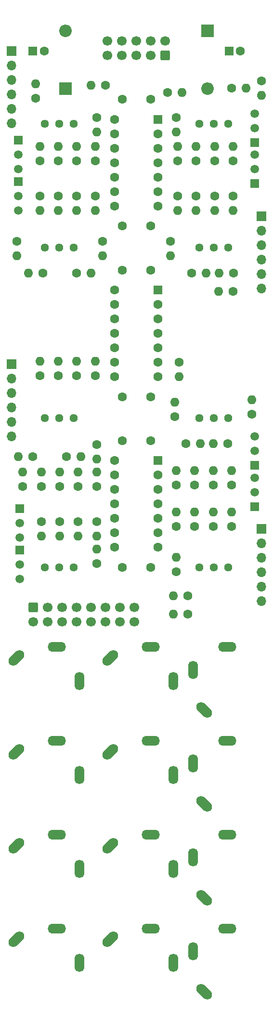
<source format=gts>
%TF.GenerationSoftware,KiCad,Pcbnew,9.0.4*%
%TF.CreationDate,2025-10-04T20:19:14+02:00*%
%TF.ProjectId,DMH_VCA_Bank_PCB_1,444d485f-5643-4415-9f42-616e6b5f5043,1*%
%TF.SameCoordinates,Original*%
%TF.FileFunction,Soldermask,Top*%
%TF.FilePolarity,Negative*%
%FSLAX46Y46*%
G04 Gerber Fmt 4.6, Leading zero omitted, Abs format (unit mm)*
G04 Created by KiCad (PCBNEW 9.0.4) date 2025-10-04 20:19:14*
%MOMM*%
%LPD*%
G01*
G04 APERTURE LIST*
G04 Aperture macros list*
%AMRoundRect*
0 Rectangle with rounded corners*
0 $1 Rounding radius*
0 $2 $3 $4 $5 $6 $7 $8 $9 X,Y pos of 4 corners*
0 Add a 4 corners polygon primitive as box body*
4,1,4,$2,$3,$4,$5,$6,$7,$8,$9,$2,$3,0*
0 Add four circle primitives for the rounded corners*
1,1,$1+$1,$2,$3*
1,1,$1+$1,$4,$5*
1,1,$1+$1,$6,$7*
1,1,$1+$1,$8,$9*
0 Add four rect primitives between the rounded corners*
20,1,$1+$1,$2,$3,$4,$5,0*
20,1,$1+$1,$4,$5,$6,$7,0*
20,1,$1+$1,$6,$7,$8,$9,0*
20,1,$1+$1,$8,$9,$2,$3,0*%
%AMHorizOval*
0 Thick line with rounded ends*
0 $1 width*
0 $2 $3 position (X,Y) of the first rounded end (center of the circle)*
0 $4 $5 position (X,Y) of the second rounded end (center of the circle)*
0 Add line between two ends*
20,1,$1,$2,$3,$4,$5,0*
0 Add two circle primitives to create the rounded ends*
1,1,$1,$2,$3*
1,1,$1,$4,$5*%
G04 Aperture macros list end*
%ADD10R,1.700000X1.700000*%
%ADD11O,1.700000X1.700000*%
%ADD12HorizOval,1.712000X-0.533159X-0.533159X0.533159X0.533159X0*%
%ADD13O,1.712000X3.220000*%
%ADD14O,3.220000X1.712000*%
%ADD15HorizOval,1.712000X-0.533159X0.533159X0.533159X-0.533159X0*%
%ADD16C,1.600000*%
%ADD17O,1.600000X1.600000*%
%ADD18C,1.440000*%
%ADD19R,1.500000X1.500000*%
%ADD20C,1.500000*%
%ADD21RoundRect,0.250000X-0.600000X0.600000X-0.600000X-0.600000X0.600000X-0.600000X0.600000X0.600000X0*%
%ADD22C,1.700000*%
%ADD23R,2.200000X2.200000*%
%ADD24O,2.200000X2.200000*%
%ADD25R,1.600000X1.600000*%
%ADD26RoundRect,0.250000X0.600000X-0.600000X0.600000X0.600000X-0.600000X0.600000X-0.600000X-0.600000X0*%
%ADD27RoundRect,0.250000X0.550000X0.550000X-0.550000X0.550000X-0.550000X-0.550000X0.550000X-0.550000X0*%
G04 APERTURE END LIST*
D10*
%TO.C,J50*%
X53000000Y-48000000D03*
D11*
X53000000Y-50540000D03*
X53000000Y-53080000D03*
X53000000Y-55620000D03*
X53000000Y-58160000D03*
X53000000Y-60700000D03*
%TD*%
D12*
%TO.C,J1*%
X53903810Y-154653810D03*
D13*
X65000000Y-158750000D03*
D14*
X61000000Y-152750000D03*
%TD*%
D15*
%TO.C,J9*%
X86903810Y-196846190D03*
D14*
X91000000Y-185750000D03*
D13*
X85000000Y-189750000D03*
%TD*%
D15*
%TO.C,J12*%
X86903810Y-213346190D03*
D14*
X91000000Y-202250000D03*
D13*
X85000000Y-206250000D03*
%TD*%
D10*
%TO.C,J60*%
X97000000Y-77000000D03*
D11*
X97000000Y-79540000D03*
X97000000Y-82080000D03*
X97000000Y-84620000D03*
X97000000Y-87160000D03*
X97000000Y-89700000D03*
%TD*%
D10*
%TO.C,J80*%
X97000000Y-132000000D03*
D11*
X97000000Y-134540000D03*
X97000000Y-137080000D03*
X97000000Y-139620000D03*
X97000000Y-142160000D03*
X97000000Y-144700000D03*
%TD*%
D15*
%TO.C,J3*%
X86903810Y-163846190D03*
D14*
X91000000Y-152750000D03*
D13*
X85000000Y-156750000D03*
%TD*%
D12*
%TO.C,J11*%
X70403810Y-204153810D03*
D13*
X81500000Y-208250000D03*
D14*
X77500000Y-202250000D03*
%TD*%
D12*
%TO.C,J7*%
X53903810Y-187653810D03*
D13*
X65000000Y-191750000D03*
D14*
X61000000Y-185750000D03*
%TD*%
D12*
%TO.C,J4*%
X53903810Y-171153810D03*
D13*
X65000000Y-175250000D03*
D14*
X61000000Y-169250000D03*
%TD*%
D10*
%TO.C,J70*%
X53000000Y-103000000D03*
D11*
X53000000Y-105540000D03*
X53000000Y-108080000D03*
X53000000Y-110620000D03*
X53000000Y-113160000D03*
X53000000Y-115700000D03*
%TD*%
D12*
%TO.C,J5*%
X70403810Y-171153810D03*
D13*
X81500000Y-175250000D03*
D14*
X77500000Y-169250000D03*
%TD*%
D12*
%TO.C,J8*%
X70403810Y-187653810D03*
D13*
X81500000Y-191750000D03*
D14*
X77500000Y-185750000D03*
%TD*%
D12*
%TO.C,J10*%
X53903810Y-204153810D03*
D13*
X65000000Y-208250000D03*
D14*
X61000000Y-202250000D03*
%TD*%
D12*
%TO.C,J2*%
X70403810Y-154653810D03*
D13*
X81500000Y-158750000D03*
D14*
X77500000Y-152750000D03*
%TD*%
D15*
%TO.C,J6*%
X86903810Y-180346190D03*
D14*
X91000000Y-169250000D03*
D13*
X85000000Y-173250000D03*
%TD*%
D16*
%TO.C,R35*%
X58250000Y-124545000D03*
D17*
X58250000Y-122005000D03*
%TD*%
D18*
%TO.C,RV16*%
X91100000Y-138750000D03*
X88560000Y-138750000D03*
X86020000Y-138750000D03*
%TD*%
D16*
%TO.C,R19*%
X88750000Y-67295000D03*
D17*
X88750000Y-64755000D03*
%TD*%
D16*
%TO.C,R40*%
X56795000Y-119250000D03*
D17*
X54255000Y-119250000D03*
%TD*%
D16*
%TO.C,R67*%
X82000000Y-124295000D03*
D17*
X82000000Y-121755000D03*
%TD*%
D16*
%TO.C,R32*%
X81750000Y-112295000D03*
D17*
X81750000Y-109755000D03*
%TD*%
D16*
%TO.C,R38*%
X64750000Y-130705000D03*
D17*
X64750000Y-133245000D03*
%TD*%
D16*
%TO.C,R48*%
X91045000Y-117000000D03*
D17*
X88505000Y-117000000D03*
%TD*%
D16*
%TO.C,R14*%
X64455000Y-87000000D03*
D17*
X66995000Y-87000000D03*
%TD*%
D16*
%TO.C,R30*%
X92000000Y-90250000D03*
D17*
X89460000Y-90250000D03*
%TD*%
D18*
%TO.C,RV12*%
X91100000Y-112500000D03*
X88560000Y-112500000D03*
X86020000Y-112500000D03*
%TD*%
D16*
%TO.C,R13*%
X92045000Y-87000000D03*
D17*
X89505000Y-87000000D03*
%TD*%
D16*
%TO.C,R11*%
X67750000Y-73455000D03*
D17*
X67750000Y-75995000D03*
%TD*%
D19*
%TO.C,Q5*%
X54450000Y-128450000D03*
D20*
X54450000Y-130990000D03*
X54450000Y-133530000D03*
%TD*%
D16*
%TO.C,R42*%
X62705000Y-119250000D03*
D17*
X65245000Y-119250000D03*
%TD*%
D16*
%TO.C,R59*%
X85250000Y-124295000D03*
D17*
X85250000Y-121755000D03*
%TD*%
D16*
%TO.C,R61*%
X95250000Y-111795000D03*
D17*
X95250000Y-109255000D03*
%TD*%
D16*
%TO.C,R8*%
X58000000Y-73455000D03*
D17*
X58000000Y-75995000D03*
%TD*%
D16*
%TO.C,R63*%
X54000000Y-81455000D03*
D17*
X54000000Y-83995000D03*
%TD*%
D16*
%TO.C,R50*%
X88500000Y-131545000D03*
D17*
X88500000Y-129005000D03*
%TD*%
D16*
%TO.C,R29*%
X82500000Y-102705000D03*
D17*
X82500000Y-105245000D03*
%TD*%
D16*
%TO.C,R7*%
X67750000Y-67295000D03*
D17*
X67750000Y-64755000D03*
%TD*%
D16*
%TO.C,R18*%
X69545000Y-54000000D03*
D17*
X67005000Y-54000000D03*
%TD*%
D19*
%TO.C,Q3*%
X95800000Y-64050000D03*
D20*
X95800000Y-61510000D03*
X95800000Y-58970000D03*
%TD*%
D16*
%TO.C,R33*%
X58250000Y-130705000D03*
D17*
X58250000Y-133245000D03*
%TD*%
D16*
%TO.C,R43*%
X85250000Y-131545000D03*
D17*
X85250000Y-129005000D03*
%TD*%
D16*
%TO.C,R34*%
X61500000Y-130705000D03*
D17*
X61500000Y-133245000D03*
%TD*%
D19*
%TO.C,Q7*%
X95800000Y-120800000D03*
D20*
X95800000Y-118260000D03*
X95800000Y-115720000D03*
%TD*%
D16*
%TO.C,R46*%
X82000000Y-131545000D03*
D17*
X82000000Y-129005000D03*
%TD*%
D16*
%TO.C,R6*%
X64500000Y-67295000D03*
D17*
X64500000Y-64755000D03*
%TD*%
D16*
%TO.C,R1*%
X57250000Y-56295000D03*
D17*
X57250000Y-53755000D03*
%TD*%
D21*
%TO.C,J200*%
X56860000Y-145747500D03*
D22*
X59400000Y-145747500D03*
X61940000Y-145747500D03*
X64480000Y-145747500D03*
X67020000Y-145747500D03*
X69560000Y-145747500D03*
X72100000Y-145747500D03*
X74640000Y-145747500D03*
X56860000Y-148287500D03*
X59400000Y-148287500D03*
X61940000Y-148287500D03*
X64480000Y-148287500D03*
X67020000Y-148287500D03*
X69560000Y-148287500D03*
X72100000Y-148287500D03*
X74640000Y-148287500D03*
%TD*%
D19*
%TO.C,Q2*%
X54200000Y-70950000D03*
D20*
X54200000Y-73490000D03*
X54200000Y-76030000D03*
%TD*%
D16*
%TO.C,R2*%
X58000000Y-67295000D03*
D17*
X58000000Y-64755000D03*
%TD*%
D18*
%TO.C,RV10*%
X64000000Y-82500000D03*
X61460000Y-82500000D03*
X58920000Y-82500000D03*
%TD*%
D16*
%TO.C,R58*%
X83705000Y-117000000D03*
D17*
X86245000Y-117000000D03*
%TD*%
D16*
%TO.C,R47*%
X67750000Y-105045000D03*
D17*
X67750000Y-102505000D03*
%TD*%
D16*
%TO.C,R5*%
X82000000Y-59705000D03*
D17*
X82000000Y-62245000D03*
%TD*%
D16*
%TO.C,C4*%
X77500000Y-78750000D03*
X72500000Y-78750000D03*
%TD*%
%TO.C,R12*%
X69000000Y-81455000D03*
D17*
X69000000Y-83995000D03*
%TD*%
D16*
%TO.C,R60*%
X82000000Y-139545000D03*
D17*
X82000000Y-137005000D03*
%TD*%
D16*
%TO.C,C8*%
X77500000Y-138750000D03*
X72500000Y-138750000D03*
%TD*%
%TO.C,R21*%
X88750000Y-73455000D03*
D17*
X88750000Y-75995000D03*
%TD*%
D23*
%TO.C,D2*%
X87500000Y-44420000D03*
D24*
X87500000Y-54580000D03*
%TD*%
D25*
%TO.C,C2*%
X91294888Y-48000000D03*
D16*
X93294888Y-48000000D03*
%TD*%
D18*
%TO.C,RV15*%
X64000000Y-112500000D03*
X61460000Y-112500000D03*
X58920000Y-112500000D03*
%TD*%
%TO.C,RV3*%
X64000000Y-138750000D03*
X61460000Y-138750000D03*
X58920000Y-138750000D03*
%TD*%
D16*
%TO.C,R31*%
X58000000Y-105045000D03*
D17*
X58000000Y-102505000D03*
%TD*%
D18*
%TO.C,RV1*%
X64000000Y-60750000D03*
X61460000Y-60750000D03*
X58920000Y-60750000D03*
%TD*%
D16*
%TO.C,R66*%
X68000000Y-138045000D03*
D17*
X68000000Y-135505000D03*
%TD*%
D18*
%TO.C,RV2*%
X91100000Y-60750000D03*
X88560000Y-60750000D03*
X86020000Y-60750000D03*
%TD*%
D16*
%TO.C,R45*%
X68000000Y-117205000D03*
D17*
X68000000Y-119745000D03*
%TD*%
D16*
%TO.C,C3*%
X77500000Y-56500000D03*
X72500000Y-56500000D03*
%TD*%
%TO.C,R15*%
X58545000Y-87000000D03*
D17*
X56005000Y-87000000D03*
%TD*%
D16*
%TO.C,R28*%
X61250000Y-105045000D03*
D17*
X61250000Y-102505000D03*
%TD*%
D16*
%TO.C,R26*%
X91705000Y-54500000D03*
D17*
X94245000Y-54500000D03*
%TD*%
D18*
%TO.C,RV11*%
X91100000Y-82500000D03*
X88560000Y-82500000D03*
X86020000Y-82500000D03*
%TD*%
D16*
%TO.C,R68*%
X84045000Y-147000000D03*
D17*
X81505000Y-147000000D03*
%TD*%
D23*
%TO.C,D1*%
X62500000Y-54580000D03*
D24*
X62500000Y-44420000D03*
%TD*%
D25*
%TO.C,C1*%
X56794888Y-48000000D03*
D16*
X58794888Y-48000000D03*
%TD*%
%TO.C,R62*%
X68000000Y-59705000D03*
D17*
X68000000Y-62245000D03*
%TD*%
D26*
%TO.C,J100*%
X80080000Y-48752500D03*
D22*
X80080000Y-46212500D03*
X77540000Y-48752500D03*
X77540000Y-46212500D03*
X75000000Y-48752500D03*
X75000000Y-46212500D03*
X72460000Y-48752500D03*
X72460000Y-46212500D03*
X69920000Y-48752500D03*
X69920000Y-46212500D03*
%TD*%
D19*
%TO.C,Q8*%
X95800000Y-128050000D03*
D20*
X95800000Y-125510000D03*
X95800000Y-122970000D03*
%TD*%
D16*
%TO.C,R57*%
X84045000Y-143750000D03*
D17*
X81505000Y-143750000D03*
%TD*%
D19*
%TO.C,Q4*%
X95800000Y-71300000D03*
D20*
X95800000Y-68760000D03*
X95800000Y-66220000D03*
%TD*%
D16*
%TO.C,R51*%
X91750000Y-124295000D03*
D17*
X91750000Y-121755000D03*
%TD*%
D16*
%TO.C,R16*%
X85500000Y-67295000D03*
D17*
X85500000Y-64755000D03*
%TD*%
D16*
%TO.C,C7*%
X77500000Y-116500000D03*
X72500000Y-116500000D03*
%TD*%
%TO.C,C5*%
X77500000Y-86500000D03*
X72500000Y-86500000D03*
%TD*%
D27*
%TO.C,U1*%
X78810000Y-60000000D03*
D16*
X78810000Y-62540000D03*
X78810000Y-65080000D03*
X78810000Y-67620000D03*
X78810000Y-70160000D03*
X78810000Y-72700000D03*
X78810000Y-75240000D03*
X71190000Y-75240000D03*
X71190000Y-72700000D03*
X71190000Y-70160000D03*
X71190000Y-67620000D03*
X71190000Y-65080000D03*
X71190000Y-62540000D03*
X71190000Y-60000000D03*
%TD*%
%TO.C,R22*%
X85500000Y-73455000D03*
D17*
X85500000Y-75995000D03*
%TD*%
D27*
%TO.C,U2*%
X78810000Y-90000000D03*
D16*
X78810000Y-92540000D03*
X78810000Y-95080000D03*
X78810000Y-97620000D03*
X78810000Y-100160000D03*
X78810000Y-102700000D03*
X78810000Y-105240000D03*
X71190000Y-105240000D03*
X71190000Y-102700000D03*
X71190000Y-100160000D03*
X71190000Y-97620000D03*
X71190000Y-95080000D03*
X71190000Y-92540000D03*
X71190000Y-90000000D03*
%TD*%
%TO.C,C6*%
X77500000Y-108750000D03*
X72500000Y-108750000D03*
%TD*%
%TO.C,R9*%
X61250000Y-73455000D03*
D17*
X61250000Y-75995000D03*
%TD*%
D19*
%TO.C,Q6*%
X54450000Y-135700000D03*
D20*
X54450000Y-138240000D03*
X54450000Y-140780000D03*
%TD*%
D16*
%TO.C,R24*%
X92000000Y-73455000D03*
D17*
X92000000Y-75995000D03*
%TD*%
D19*
%TO.C,Q1*%
X54200000Y-63700000D03*
D20*
X54200000Y-66240000D03*
X54200000Y-68780000D03*
%TD*%
D16*
%TO.C,R44*%
X68000000Y-124545000D03*
D17*
X68000000Y-122005000D03*
%TD*%
D16*
%TO.C,R20*%
X82250000Y-73455000D03*
D17*
X82250000Y-75995000D03*
%TD*%
D16*
%TO.C,R41*%
X68000000Y-130705000D03*
D17*
X68000000Y-133245000D03*
%TD*%
D16*
%TO.C,R52*%
X91750000Y-131545000D03*
D17*
X91750000Y-129005000D03*
%TD*%
D16*
%TO.C,R3*%
X80500000Y-55250000D03*
D17*
X83040000Y-55250000D03*
%TD*%
D16*
%TO.C,R27*%
X81000000Y-81455000D03*
D17*
X81000000Y-83995000D03*
%TD*%
D16*
%TO.C,R36*%
X61500000Y-124545000D03*
D17*
X61500000Y-122005000D03*
%TD*%
D16*
%TO.C,R64*%
X84705000Y-87000000D03*
D17*
X87245000Y-87000000D03*
%TD*%
D16*
%TO.C,R39*%
X64750000Y-124545000D03*
D17*
X64750000Y-122005000D03*
%TD*%
D16*
%TO.C,R10*%
X64500000Y-73455000D03*
D17*
X64500000Y-75995000D03*
%TD*%
D16*
%TO.C,R65*%
X64500000Y-105045000D03*
D17*
X64500000Y-102505000D03*
%TD*%
D16*
%TO.C,R23*%
X92000000Y-67295000D03*
D17*
X92000000Y-64755000D03*
%TD*%
D16*
%TO.C,R4*%
X61250000Y-67295000D03*
D17*
X61250000Y-64755000D03*
%TD*%
D27*
%TO.C,U3*%
X78810000Y-120000000D03*
D16*
X78810000Y-122540000D03*
X78810000Y-125080000D03*
X78810000Y-127620000D03*
X78810000Y-130160000D03*
X78810000Y-132700000D03*
X78810000Y-135240000D03*
X71190000Y-135240000D03*
X71190000Y-132700000D03*
X71190000Y-130160000D03*
X71190000Y-127620000D03*
X71190000Y-125080000D03*
X71190000Y-122540000D03*
X71190000Y-120000000D03*
%TD*%
%TO.C,R17*%
X82250000Y-67295000D03*
D17*
X82250000Y-64755000D03*
%TD*%
D16*
%TO.C,R37*%
X55000000Y-124545000D03*
D17*
X55000000Y-122005000D03*
%TD*%
D16*
%TO.C,R49*%
X88500000Y-124295000D03*
D17*
X88500000Y-121755000D03*
%TD*%
D16*
%TO.C,R25*%
X97000000Y-53205000D03*
D17*
X97000000Y-55745000D03*
%TD*%
M02*

</source>
